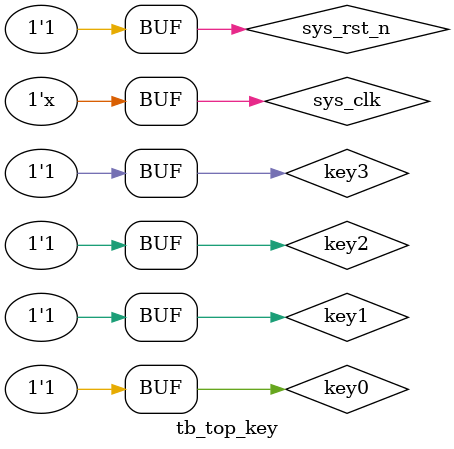
<source format=v>
`timescale 1 ns/ 1 ns
module tb_top_key();

//parameter define
parameter T = 20;

//reg define
reg  sys_clk;
reg  sys_rst_n;
reg       key0;             //外部按键输入
reg      key1; 
reg       key2; 
reg       key3;
//reg  key_value;

// wire define                                               
wire [1:0] sel_type;        //模式控制

//*****************************************************
//**                    main code                  
//*****************************************************

//给信号初始值
initial begin
    key0                         <= 1'b1;
	key1                         <= 1'b1;
	key2                         <= 1'b1;
	key3                         <= 1'b1;
    sys_clk                      <= 1'b0;
    sys_rst_n                    <= 1'b0; 
    #20           sys_rst_n      <= 1'b1;  //在第20ns的时候复位信号信号拉高 
    #30           key0            <= 1'b0;  //在第50ns的时候按下按键
    #20           key0            <= 1'b1;  //模拟抖动
    #20           key0            <= 1'b0;  //模拟抖动
    #20           key0            <= 1'b1;  //模拟抖动
    #20           key0            <= 1'b0;  //模拟抖动
    #170          key0            <= 1'b1;  //在第300ns的时候松开按键
    #20           key0            <= 1'b0;  //模拟抖动
    #20           key0            <= 1'b1;  //模拟抖动
    #20           key0            <= 1'b0;  //模拟抖动
    #20           key0            <= 1'b1;  //模拟抖动
    #170         key1            <= 1'b0;
    #20           key1            <= 1'b1;
    #20           key1            <= 1'b0;
    #20          key1            <= 1'b1;
    #20          key1            <= 1'b0;
    #170        key1            <= 1'b1;
    #20          key1            <= 1'b0;
    #20          key1            <= 1'b1;
    #20           key1            <= 1'b0;
    #20           key1            <= 1'b1;
end

//50Mhz的时钟，周期则为1/50Mhz=20ns,所以每10ns，电平取反一次  
 always # (T/2) sys_clk <= ~sys_clk;

//例化key_beep模块                        
top_key u1 (
	.sys_clk (sys_clk),
	.sys_rst_n (sys_rst_n),
                .key0 (key0),              //外部按键输入
	.key1 (key1), 
	.key2 (key2), 
	.key3 (key3),
	.sel_type (sel_type)
);           
                                       
endmodule

</source>
